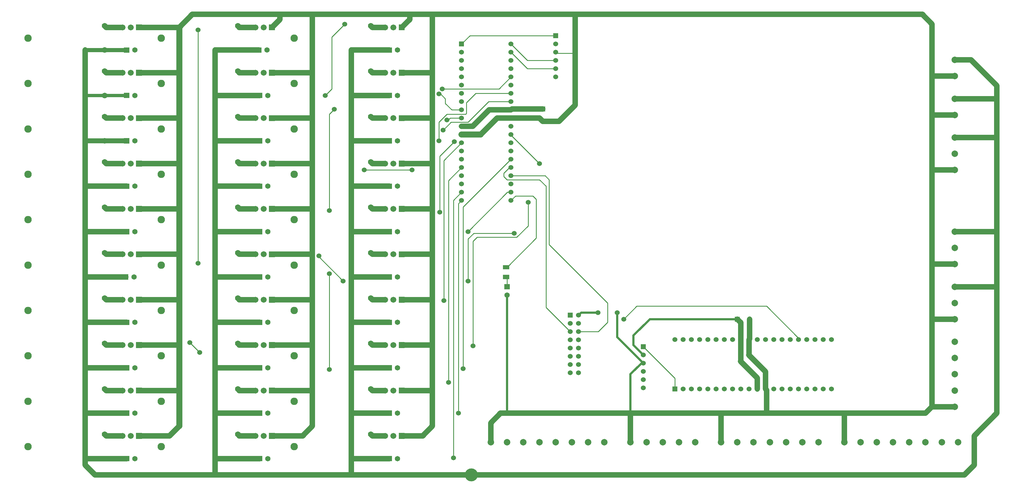
<source format=gbr>
G04 start of page 2 for group 0 idx 0 *
G04 Title: (unknown), component *
G04 Creator: pcb 20091103 *
G04 CreationDate: Чтв 05 Июл 2012 10:45:54 UTC *
G04 For: aml *
G04 Format: Gerber/RS-274X *
G04 PCB-Dimensions: 1259850 590550 *
G04 PCB-Coordinate-Origin: lower left *
%MOIN*%
%FSLAX25Y25*%
%LNFRONT*%
%ADD11C,0.0650*%
%ADD12C,0.0669*%
%ADD13C,0.0100*%
%ADD14C,0.0250*%
%ADD15C,0.0719*%
%ADD16C,0.0400*%
%ADD17C,0.0500*%
%ADD18C,0.0600*%
%ADD19C,0.0720*%
%ADD20C,0.0200*%
%ADD21C,0.0700*%
%ADD22C,0.0900*%
%ADD23C,0.0787*%
%ADD24C,0.1575*%
%ADD25R,0.0512X0.0512*%
%ADD26C,0.0420*%
%ADD27C,0.0430*%
%ADD28C,0.0380*%
%ADD29C,0.0300*%
%ADD30C,0.0394*%
%ADD31C,0.0236*%
%ADD32C,0.0336*%
%ADD33C,0.1181*%
%ADD34C,0.1260*%
%ADD35C,0.0350*%
G54D11*X502874Y311022D02*X456693D01*
X502874Y255904D02*X456693D01*
X502874Y200786D02*X456693D01*
X480316Y175168D02*X482257Y173227D01*
X497874D01*
X480316Y230286D02*X482257Y228345D01*
X497874D01*
X480316Y285404D02*X482257Y283463D01*
X456693Y15747D02*Y531495D01*
G54D12*X409449Y574802D02*Y74802D01*
X517874Y173227D02*X555118D01*
X517874Y228345D02*X555118D01*
G54D11*X480316Y340522D02*X482257Y338581D01*
X497874D01*
X482257Y283463D02*X497874D01*
G54D12*X555118Y574802D02*Y74802D01*
X517874Y283463D02*X555118D01*
X517874Y338581D02*X555118D01*
X517874Y393700D02*X555118D01*
X590551Y438818D02*X604173D01*
G54D13*X604331Y299212D02*Y172243D01*
X654527Y309054D02*X605315D01*
X671260Y346456D02*Y317912D01*
X657481Y304133D01*
X609252D01*
X645669Y267714D02*X681102Y303147D01*
Y350393D02*Y303147D01*
X605315Y309054D02*X598425Y302164D01*
X609252Y304133D02*X604331Y299212D01*
X598425Y311022D02*X646221Y358818D01*
X650551Y348818D02*X656063Y354330D01*
X645669Y244093D02*Y255904D01*
G54D14*Y234093D02*Y90550D01*
G54D13*X722441Y189448D02*X692913Y218976D01*
Y366141D02*Y218976D01*
X696850Y295274D02*X767717Y224407D01*
G54D15*X590551Y428818D02*X613858D01*
G54D13*X650551Y398818D02*X592520Y340787D01*
X650551Y428188D02*Y428818D01*
X646221Y358818D02*X650551D01*
X677165Y354330D02*X681102Y350393D01*
X696850Y295274D02*Y374015D01*
X685039Y393700D02*X650551Y428188D01*
X656063Y354330D02*X677165D01*
X696850Y374015D02*X692047Y378818D01*
X650551D01*
X692913Y366141D02*X685039Y374015D01*
X645669D01*
X578740Y448818D02*X576772D01*
X574410Y446456D01*
X572835D01*
G54D12*X929448Y200472D02*X925197Y204723D01*
X1188976D02*X1161417D01*
G54D13*X999448Y181653D02*Y179841D01*
G54D14*X939448D02*X940197Y180590D01*
G54D13*X960630Y220471D02*X999448Y181653D01*
G54D12*X1161417Y98424D02*X1153543Y90550D01*
X1055118Y55117D02*Y90550D01*
X1188976Y98424D02*X1161417D01*
X960630Y118659D02*Y90550D01*
X959448Y119841D02*Y140944D01*
X949448Y119841D02*Y133228D01*
X959448Y140944D02*X938976Y161416D01*
X949448Y133228D02*X929134Y153542D01*
X929448Y153856D01*
X938976Y161416D02*X939448Y161888D01*
Y179841D01*
X940197Y180590D02*Y204723D01*
X929448Y153856D02*Y200472D01*
X1200787Y15747D02*X1212598Y27558D01*
Y62991D01*
X1240157Y90550D01*
Y488188D01*
X1188976Y311022D02*X1240157D01*
X1188976Y244093D02*X1240157D01*
X1188976Y271652D02*X1161417D01*
X1188976Y425196D02*X1240157D01*
X1188976Y385826D02*X1161417D01*
Y562991D02*Y98424D01*
X602362Y15747D02*X1200787D01*
X1153543Y90550D02*X637795D01*
X625984Y78739D01*
X795276Y55117D02*Y90550D01*
X905512Y55117D02*Y90550D01*
G54D13*X795276D02*Y135668D01*
G54D14*Y90550D02*Y137794D01*
G54D12*X625984Y78739D02*Y55117D01*
G54D13*X803150Y220471D02*X960630D01*
G54D14*X779528Y182912D02*X811024Y151416D01*
G54D11*X480316Y560995D02*X482257Y559054D01*
G54D12*X1161417Y562991D02*X1149606Y574802D01*
X517874Y559054D02*X527559Y568739D01*
Y574802D01*
X263779D02*X1149606D01*
X651614Y459881D02*X688976D01*
X650551Y458818D02*X651614Y459881D01*
X633858Y448818D02*X685039D01*
X688976Y444881D01*
X708661D01*
X728346Y464566D01*
X624173Y458818D02*X650551D01*
G54D13*X706023Y527558D02*X728346D01*
G54D12*Y464566D02*Y574802D01*
G54D13*X704724Y528857D02*X706023Y527558D01*
X650551Y538818D02*X670512Y518857D01*
X704724D01*
X650551Y528818D02*X670512Y508857D01*
X704724D01*
X600590Y548857D02*X704724D01*
G54D12*X1240157Y488188D02*X1208661Y519684D01*
X1188976D02*X1208661D01*
X1188976Y472440D02*X1240157D01*
X1188976Y499999D02*X1161417D01*
X1188976Y452755D02*X1161417D01*
X613858Y428818D02*X633858Y448818D01*
X604173Y438818D02*X624173Y458818D01*
G54D13*X598425Y443896D02*X623347Y468818D01*
X811024Y171416D02*X849448Y132992D01*
Y119841D01*
G54D14*X795276Y137794D02*X808898Y151416D01*
X811024D01*
X799213Y185038D02*Y173227D01*
X811024Y161416D01*
G54D13*X767717Y224407D02*Y200786D01*
G54D14*X925197Y204723D02*X818898D01*
G54D13*X787402D02*X803150Y220471D01*
G54D14*X779528Y212597D02*Y182912D01*
X735590Y212597D02*X755906D01*
X732441Y209448D02*X735590Y212597D01*
G54D13*X767717Y200786D02*X756379Y189448D01*
X732441D01*
G54D14*X818898Y204723D02*X799213Y185038D01*
G54D12*X959448Y119841D02*X960630Y118659D01*
G54D11*X145669Y15747D02*X598425D01*
X318898Y64932D02*X320839Y62991D01*
X340394D01*
X480316Y64932D02*X482257Y62991D01*
X497874D01*
G54D12*X397638D02*X360394D01*
G54D11*X502874Y145668D02*X456693D01*
X480316Y120050D02*X482257Y118109D01*
X497874D01*
G54D12*X360394D02*X409449D01*
X517874D02*X555118D01*
G54D11*X502874Y35432D02*X456693D01*
G54D12*Y90550D02*X502874D01*
X409449Y74802D02*X397638Y62991D01*
X555118Y74802D02*X543307Y62991D01*
X517874D01*
G54D11*X291339Y15747D02*Y531495D01*
G54D15*X248031Y559054D02*Y74802D01*
G54D13*X270669Y556101D02*Y273621D01*
X260827Y176180D02*X271654Y165353D01*
Y163385D01*
G54D11*X345394Y255904D02*X291339D01*
X345394Y311022D02*X291339D01*
X318898Y285404D02*X320839Y283463D01*
X340394D01*
X345394Y145668D02*X291339D01*
X345394Y200786D02*X291339D01*
X318898Y175168D02*X320839Y173227D01*
X340394D01*
X318898Y230286D02*X320839Y228345D01*
X340394D01*
X345394Y366141D02*X291339D01*
X345394Y421259D02*X291339D01*
X318898Y340522D02*X320839Y338581D01*
X340394D01*
X318898Y395641D02*X320839Y393700D01*
X340394D01*
X345394Y90550D02*X291339D01*
X318898Y120050D02*X320839Y118109D01*
X340394D01*
G54D12*X198976D02*X248031D01*
X198976Y173227D02*X248031D01*
X198976Y228345D02*X248031D01*
X198976Y283463D02*X248031D01*
X198976Y338581D02*X248031D01*
G54D11*X133858Y27558D02*X145669Y15747D01*
X345394Y35432D02*X291339D01*
G54D12*X248031Y74802D02*X236220Y62991D01*
X198976D01*
G54D13*X178976D02*X179134Y62833D01*
X595473Y453739D02*X572835D01*
X578582Y458818D02*X590551D01*
Y418818D02*X568898Y397165D01*
X581693Y420274D02*X563976Y402557D01*
X590551Y388818D02*X574803Y373070D01*
X572835Y453739D02*X562992Y443896D01*
X570866Y466534D02*X578582Y458818D01*
X563976Y402557D02*Y334644D01*
X580709Y331692D02*Y348976D01*
X590551Y358818D01*
Y538818D02*X600590Y548857D01*
G54D12*X360394Y338581D02*X409449D01*
G54D13*X568898Y397165D02*Y227361D01*
X574803Y373070D02*Y127952D01*
X580709Y332675D02*Y36416D01*
X590551Y348818D02*X586614Y344881D01*
Y89566D01*
X592520Y340787D02*Y144684D01*
X598425Y302164D02*Y250983D01*
G54D12*X360394Y283463D02*X409449D01*
X360394Y228345D02*X409449D01*
X360394Y173227D02*X409449D01*
G54D13*X430118Y259841D02*Y143700D01*
X446850Y250983D02*X416339Y281494D01*
Y281495D01*
G54D16*X183976Y476377D02*X133858D01*
G54D17*X183976Y531495D02*X133858D01*
G54D11*X157480Y505877D02*X159421Y503936D01*
X178976D01*
X157480Y560995D02*X159421Y559054D01*
X178976D01*
G54D18*X183976Y421259D02*X133858D01*
G54D11*X157480Y450759D02*X159421Y448818D01*
X178976D01*
G54D12*X198976Y503936D02*X248031D01*
Y559054D02*X263779Y574802D01*
G54D11*X133858Y531495D02*Y27558D01*
X182913Y255904D02*X133858D01*
X159421Y283463D02*X178976D01*
X159421Y118109D02*X178976D01*
X157480Y64932D02*X159421Y62991D01*
X178976D01*
X183976Y200786D02*X133858D01*
X183976Y145668D02*X133858D01*
X183976Y90550D02*X133858D01*
X183976Y366141D02*X133858D01*
X157480Y395641D02*X159421Y393700D01*
X178976D01*
X183976Y311022D02*X133858D01*
X157480Y340522D02*X159421Y338581D01*
X178976D01*
X157480Y285404D02*X159421Y283463D01*
X183976Y35432D02*X133858D01*
X157480Y175168D02*X159421Y173227D01*
X157480Y230286D02*X159421Y228345D01*
X178976D01*
X159421Y173227D02*X178976D01*
X157480Y120050D02*X159421Y118109D01*
X318898Y450759D02*X320839Y448818D01*
X340394D01*
X318898Y560995D02*X320839Y559054D01*
X345394Y476377D02*X291339D01*
X344331Y531495D02*X291339D01*
X318898Y505877D02*X320839Y503936D01*
X340394D01*
X320839Y559054D02*X340394D01*
X482257D02*X497874D01*
X480316Y505877D02*X482257Y503936D01*
X497874D01*
G54D13*X448819Y562991D02*X433071Y547243D01*
G54D11*X502874Y531495D02*X456693D01*
G54D12*X360394Y503936D02*X409449D01*
G54D13*X566929Y484251D02*X635984D01*
X650551Y498818D01*
G54D11*X480316Y450759D02*X482257Y448818D01*
X497874D01*
G54D12*X360394D02*X409449D01*
X198976Y559054D02*X248031D01*
X360394D02*X370079Y568739D01*
Y574802D01*
X198976Y448818D02*X248031D01*
G54D13*X623347Y468818D02*X650551D01*
Y478818D02*X607757D01*
X596457Y467518D01*
G54D11*X502874Y476377D02*X456693D01*
X502874Y421259D02*X456693D01*
X502874Y366141D02*X456693D01*
X480316Y395641D02*X482257Y393700D01*
X497874D01*
G54D13*X645669Y374015D02*X641732Y377952D01*
X648661Y388818D02*X650551D01*
X641732Y377952D02*Y381889D01*
X648661Y388818D01*
G54D12*X198976Y393700D02*X248031D01*
X360394D02*X409449D01*
G54D13*X433071Y547243D02*Y484251D01*
X425197Y476377D01*
X436024Y459644D02*X430118Y453738D01*
Y336613D01*
G54D12*X517874Y448818D02*X555118D01*
X517874Y503936D02*X555118D01*
G54D13*X564961Y478345D02*X562992D01*
X530512Y385826D02*X472441D01*
X562992Y443896D02*Y421258D01*
X563976Y420274D01*
X566929Y433070D02*X577755Y443896D01*
X598425D01*
X590551Y448818D02*X577757D01*
X570866Y472440D02*X564961Y478345D01*
X596457Y454723D02*X595473Y453739D01*
X570866Y466534D02*Y472440D01*
X596457Y467518D02*Y454723D01*
G54D19*X350394Y118109D03*
G54D20*G36*
X356794Y121709D02*Y114509D01*
X363994D01*
Y121709D01*
X356794D01*
G37*
G54D19*X340394Y118109D03*
X350394Y173227D03*
G54D20*G36*
X356794Y176827D02*Y169627D01*
X363994D01*
Y176827D01*
X356794D01*
G37*
G54D19*X340394Y173227D03*
G54D20*G36*
X342144Y204036D02*Y197536D01*
X348644D01*
Y204036D01*
X342144D01*
G37*
G54D11*X355394Y200786D03*
G54D19*X350394Y228345D03*
X340394D03*
G54D20*G36*
X356794Y231945D02*Y224745D01*
X363994D01*
Y231945D01*
X356794D01*
G37*
G36*
X342144Y148918D02*Y142418D01*
X348644D01*
Y148918D01*
X342144D01*
G37*
G54D11*X355394Y145668D03*
G54D19*X350394Y283463D03*
Y338581D03*
Y393700D03*
Y559054D03*
Y62991D03*
G54D20*G36*
X356794Y287063D02*Y279863D01*
X363994D01*
Y287063D01*
X356794D01*
G37*
G36*
Y342181D02*Y334981D01*
X363994D01*
Y342181D01*
X356794D01*
G37*
G36*
Y397300D02*Y390100D01*
X363994D01*
Y397300D01*
X356794D01*
G37*
G36*
Y562654D02*Y555454D01*
X363994D01*
Y562654D01*
X356794D01*
G37*
G36*
Y66591D02*Y59391D01*
X363994D01*
Y66591D01*
X356794D01*
G37*
G54D19*X340394Y283463D03*
Y338581D03*
Y393700D03*
Y559054D03*
Y62991D03*
G54D20*G36*
X342144Y259154D02*Y252654D01*
X348644D01*
Y259154D01*
X342144D01*
G37*
G36*
Y369391D02*Y362891D01*
X348644D01*
Y369391D01*
X342144D01*
G37*
G36*
Y424509D02*Y418009D01*
X348644D01*
Y424509D01*
X342144D01*
G37*
G36*
Y93800D02*Y87300D01*
X348644D01*
Y93800D01*
X342144D01*
G37*
G36*
X341081Y534745D02*Y528245D01*
X347581D01*
Y534745D01*
X341081D01*
G37*
G54D11*X355394Y255904D03*
Y366141D03*
Y421259D03*
Y90550D03*
X354331Y531495D03*
G54D20*G36*
X342144Y314272D02*Y307772D01*
X348644D01*
Y314272D01*
X342144D01*
G37*
G54D11*X355394Y311022D03*
G54D19*X188976Y393700D03*
G54D20*G36*
X195376Y397300D02*Y390100D01*
X202576D01*
Y397300D01*
X195376D01*
G37*
G54D19*X178976Y393700D03*
G54D21*X157480Y395641D03*
Y366141D03*
Y340522D03*
G54D19*X188976Y338581D03*
G54D20*G36*
X195376Y342181D02*Y334981D01*
X202576D01*
Y342181D01*
X195376D01*
G37*
G54D11*X193976Y366141D03*
Y421259D03*
G54D19*X178976Y228345D03*
Y338581D03*
Y559054D03*
G54D21*X157480Y421259D03*
G54D20*G36*
X180726Y424509D02*Y418009D01*
X187226D01*
Y424509D01*
X180726D01*
G37*
G54D21*X157480Y560995D03*
Y531495D03*
G54D20*G36*
X180726Y369391D02*Y362891D01*
X187226D01*
Y369391D01*
X180726D01*
G37*
G36*
Y479627D02*Y473127D01*
X187226D01*
Y479627D01*
X180726D01*
G37*
G36*
Y534745D02*Y528245D01*
X187226D01*
Y534745D01*
X180726D01*
G37*
G54D11*X193976Y531495D03*
G54D20*G36*
X180726Y314272D02*Y307772D01*
X187226D01*
Y314272D01*
X180726D01*
G37*
G54D11*X193976Y311022D03*
G54D20*G36*
X179663Y259154D02*Y252654D01*
X186163D01*
Y259154D01*
X179663D01*
G37*
G54D11*X192913Y255904D03*
G54D21*X157480Y230286D03*
Y285404D03*
Y255904D03*
Y311022D03*
G54D19*X350394Y503936D03*
X340394D03*
G54D21*X157480Y505877D03*
X318898D03*
G54D20*G36*
X356794Y507536D02*Y500336D01*
X363994D01*
Y507536D01*
X356794D01*
G37*
G54D19*X188976Y503936D03*
G54D20*G36*
X195376Y507536D02*Y500336D01*
X202576D01*
Y507536D01*
X195376D01*
G37*
G54D19*X178976Y503936D03*
G54D21*X157480Y476377D03*
G54D22*X225898Y490877D03*
G54D19*X350394Y448818D03*
G54D20*G36*
X356794Y452418D02*Y445218D01*
X363994D01*
Y452418D01*
X356794D01*
G37*
G54D19*X340394Y448818D03*
G54D20*G36*
X342144Y479627D02*Y473127D01*
X348644D01*
Y479627D01*
X342144D01*
G37*
G54D11*X355394Y476377D03*
G54D21*X318898Y450759D03*
Y560995D03*
Y531495D03*
Y476377D03*
G54D22*X387316Y545995D03*
X225898D03*
G54D21*X157480Y450759D03*
G54D19*X188976Y448818D03*
G54D20*G36*
X195376Y452418D02*Y445218D01*
X202576D01*
Y452418D01*
X195376D01*
G37*
G54D19*X178976Y448818D03*
X188976Y559054D03*
G54D20*G36*
X195376Y562654D02*Y555454D01*
X202576D01*
Y562654D01*
X195376D01*
G37*
G54D11*X193976Y476377D03*
G54D22*X64480Y545995D03*
Y490877D03*
X387316D03*
X64480Y435759D03*
Y380641D03*
Y325522D03*
G54D21*X318898Y340522D03*
Y311022D03*
G54D22*X387316Y325522D03*
Y270404D03*
X225898Y325522D03*
Y380641D03*
Y435759D03*
Y270404D03*
G54D21*X318898Y395641D03*
Y421259D03*
Y230286D03*
Y285404D03*
Y255904D03*
Y366141D03*
G54D22*X387316Y380641D03*
Y435759D03*
G54D19*X188976Y283463D03*
G54D20*G36*
X195376Y287063D02*Y279863D01*
X202576D01*
Y287063D01*
X195376D01*
G37*
G54D19*X178976Y283463D03*
X188976Y228345D03*
G54D22*X225898Y215286D03*
G54D20*G36*
X342144Y38682D02*Y32182D01*
X348644D01*
Y38682D01*
X342144D01*
G37*
G54D11*X355394Y35432D03*
G54D22*X387316Y49932D03*
Y160168D03*
Y105050D03*
Y215286D03*
G54D21*X318898Y200786D03*
Y175168D03*
Y64932D03*
Y120050D03*
Y90550D03*
Y145668D03*
Y35432D03*
G54D19*X178976Y62991D03*
G54D20*G36*
X180726Y38682D02*Y32182D01*
X187226D01*
Y38682D01*
X180726D01*
G37*
G54D21*X157480Y35432D03*
G54D11*X193976D03*
G54D21*X157480Y90550D03*
Y64932D03*
G54D19*X188976Y62991D03*
G54D20*G36*
X195376Y66591D02*Y59391D01*
X202576D01*
Y66591D01*
X195376D01*
G37*
G36*
X180726Y148918D02*Y142418D01*
X187226D01*
Y148918D01*
X180726D01*
G37*
G54D11*X193976Y145668D03*
G54D20*G36*
X180726Y93800D02*Y87300D01*
X187226D01*
Y93800D01*
X180726D01*
G37*
G54D11*X193976Y90550D03*
G54D22*X225898Y49932D03*
Y105050D03*
Y160168D03*
G54D20*G36*
X195376Y231945D02*Y224745D01*
X202576D01*
Y231945D01*
X195376D01*
G37*
G54D19*X188976Y118109D03*
G54D20*G36*
X195376Y121709D02*Y114509D01*
X202576D01*
Y121709D01*
X195376D01*
G37*
G54D19*X178976Y118109D03*
G54D21*X157480Y120050D03*
G54D22*X64480Y105050D03*
Y160168D03*
G54D19*X188976Y173227D03*
G54D20*G36*
X195376Y176827D02*Y169627D01*
X202576D01*
Y176827D01*
X195376D01*
G37*
G54D19*X178976Y173227D03*
G54D21*X157480Y145668D03*
G54D22*X64480Y215286D03*
Y270404D03*
Y49932D03*
G54D21*X157480Y175168D03*
Y200786D03*
G54D20*G36*
X180726Y204036D02*Y197536D01*
X187226D01*
Y204036D01*
X180726D01*
G37*
G54D11*X193976Y200786D03*
G54D19*X507874Y62991D03*
Y173227D03*
Y118109D03*
Y228345D03*
G54D20*G36*
X514274Y66591D02*Y59391D01*
X521474D01*
Y66591D01*
X514274D01*
G37*
G36*
Y176827D02*Y169627D01*
X521474D01*
Y176827D01*
X514274D01*
G37*
G36*
Y121709D02*Y114509D01*
X521474D01*
Y121709D01*
X514274D01*
G37*
G36*
Y231945D02*Y224745D01*
X521474D01*
Y231945D01*
X514274D01*
G37*
G54D19*X497874Y62991D03*
Y173227D03*
Y118109D03*
Y228345D03*
G54D21*X480316Y175168D03*
Y145668D03*
Y230286D03*
Y200786D03*
Y340522D03*
Y311022D03*
Y395641D03*
Y366141D03*
Y421259D03*
Y505877D03*
Y476377D03*
Y450759D03*
Y560995D03*
Y531495D03*
Y285404D03*
Y255904D03*
G54D20*G36*
X499624Y38682D02*Y32182D01*
X506124D01*
Y38682D01*
X499624D01*
G37*
G54D21*X480316Y35432D03*
G54D11*X512874D03*
G54D21*X480316Y64932D03*
Y120050D03*
Y90550D03*
G54D20*G36*
X719441Y212448D02*Y206448D01*
X725441D01*
Y212448D01*
X719441D01*
G37*
G54D18*X732441Y209448D03*
X722441Y199448D03*
X732441D03*
X722441Y189448D03*
X732441D03*
X722441Y179448D03*
Y169448D03*
Y159448D03*
Y149448D03*
Y139448D03*
X732441Y179448D03*
Y169448D03*
Y159448D03*
Y149448D03*
Y139448D03*
G54D20*G36*
X808024Y174416D02*Y168416D01*
X814024D01*
Y174416D01*
X808024D01*
G37*
G54D18*X811024Y161416D03*
Y151416D03*
Y141416D03*
Y131416D03*
Y121416D03*
G54D20*G36*
X846448Y122841D02*Y116841D01*
X852448D01*
Y122841D01*
X846448D01*
G37*
G54D18*X859448Y119841D03*
X869448D03*
X879448D03*
X889448D03*
X899448D03*
X909448D03*
X919448D03*
G54D20*G36*
X701724Y551857D02*Y545857D01*
X707724D01*
Y551857D01*
X701724D01*
G37*
G54D18*X704724Y538857D03*
Y528857D03*
Y518857D03*
Y508857D03*
Y498857D03*
G54D23*Y55117D03*
X724409D03*
X744094D03*
G54D18*X650551Y348818D03*
Y358818D03*
G54D20*G36*
X642419Y247343D02*Y240843D01*
X648919D01*
Y247343D01*
X642419D01*
G37*
G54D11*X645669Y234093D03*
G54D18*X650551Y368818D03*
Y378818D03*
Y388818D03*
Y398818D03*
G54D20*G36*
X685976Y462881D02*Y456881D01*
X691976D01*
Y462881D01*
X685976D01*
G37*
G54D18*X688976Y444881D03*
G54D23*X625984Y55117D03*
X645669D03*
X665354D03*
X685039D03*
G54D18*X929448Y119841D03*
X939448D03*
X949448D03*
X959448D03*
X969448D03*
X979448D03*
X989448D03*
X999448D03*
G54D23*X925197Y55117D03*
X944882D03*
X964567D03*
X984252D03*
G54D18*X1009448Y119841D03*
X1019448D03*
X1029448D03*
X1039448D03*
Y179841D03*
X1029448D03*
X1019448D03*
X1009448D03*
G54D23*X1188976Y271652D03*
Y177164D03*
Y244093D03*
Y204723D03*
Y224408D03*
Y137794D03*
Y157479D03*
Y98424D03*
Y118109D03*
G54D18*X999448Y179841D03*
X989448D03*
X979448D03*
X969448D03*
X959448D03*
X949448D03*
X939448D03*
X929448D03*
G54D20*G36*
X922197Y207723D02*Y201723D01*
X928197D01*
Y207723D01*
X922197D01*
G37*
G54D18*X940197Y204723D03*
X919448Y179841D03*
X909448D03*
X899448D03*
X889448D03*
X879448D03*
X869448D03*
X859448D03*
X849448D03*
G54D23*X1055118Y55117D03*
X1003937D03*
X1023622D03*
X1074803D03*
X1094488D03*
X1114173D03*
X1133858D03*
X1153543D03*
X1173228D03*
X1192913D03*
X905512D03*
X834646D03*
X795276D03*
X814961D03*
X763779D03*
X854331D03*
X874016D03*
X1188976Y311022D03*
Y385826D03*
Y291337D03*
Y425196D03*
Y405511D03*
Y519684D03*
Y499999D03*
Y472440D03*
Y452755D03*
G54D20*G36*
X587551Y541818D02*Y535818D01*
X593551D01*
Y541818D01*
X587551D01*
G37*
G54D18*X590551Y528818D03*
Y518818D03*
Y508818D03*
Y498818D03*
Y488818D03*
Y478818D03*
Y468818D03*
Y458818D03*
Y448818D03*
Y438818D03*
Y428818D03*
Y418818D03*
Y408818D03*
Y398818D03*
Y388818D03*
Y378818D03*
Y368818D03*
Y358818D03*
Y348818D03*
X650551Y408818D03*
Y418818D03*
Y428818D03*
Y438818D03*
Y448818D03*
Y458818D03*
Y468818D03*
Y478818D03*
Y488818D03*
Y498818D03*
Y508818D03*
Y518818D03*
Y528818D03*
Y538818D03*
G54D20*G36*
X499624Y259154D02*Y252654D01*
X506124D01*
Y259154D01*
X499624D01*
G37*
G54D11*X512874Y255904D03*
G54D19*X507874Y283463D03*
G54D20*G36*
X514274Y287063D02*Y279863D01*
X521474D01*
Y287063D01*
X514274D01*
G37*
G54D19*X497874Y283463D03*
G54D20*G36*
X499624Y204036D02*Y197536D01*
X506124D01*
Y204036D01*
X499624D01*
G37*
G36*
Y93800D02*Y87300D01*
X506124D01*
Y93800D01*
X499624D01*
G37*
G36*
Y148918D02*Y142418D01*
X506124D01*
Y148918D01*
X499624D01*
G37*
G54D11*X512874Y200786D03*
Y90550D03*
Y145668D03*
G54D20*G36*
X499624Y314272D02*Y307772D01*
X506124D01*
Y314272D01*
X499624D01*
G37*
G54D11*X512874Y311022D03*
G54D19*X507874Y338581D03*
G54D20*G36*
X514274Y342181D02*Y334981D01*
X521474D01*
Y342181D01*
X514274D01*
G37*
G54D19*X497874Y338581D03*
G54D11*X512874Y421259D03*
Y476377D03*
Y531495D03*
Y366141D03*
G54D19*X507874Y393700D03*
X497874D03*
X507874Y448818D03*
G54D20*G36*
X514274Y397300D02*Y390100D01*
X521474D01*
Y397300D01*
X514274D01*
G37*
G36*
Y507536D02*Y500336D01*
X521474D01*
Y507536D01*
X514274D01*
G37*
G36*
Y562654D02*Y555454D01*
X521474D01*
Y562654D01*
X514274D01*
G37*
G54D19*X507874Y503936D03*
X497874D03*
X507874Y559054D03*
X497874D03*
G54D20*G36*
X514274Y452418D02*Y445218D01*
X521474D01*
Y452418D01*
X514274D01*
G37*
G54D19*X497874Y448818D03*
G54D20*G36*
X499624Y424509D02*Y418009D01*
X506124D01*
Y424509D01*
X499624D01*
G37*
G36*
Y479627D02*Y473127D01*
X506124D01*
Y479627D01*
X499624D01*
G37*
G36*
Y534745D02*Y528245D01*
X506124D01*
Y534745D01*
X499624D01*
G37*
G36*
Y369391D02*Y362891D01*
X506124D01*
Y369391D01*
X499624D01*
G37*
G54D24*X602362Y15747D03*
G54D18*X592520Y144684D03*
X580709Y36416D03*
X586614Y90550D03*
X598425Y250983D03*
X604331Y172243D03*
X562992Y478345D03*
X568898Y227361D03*
X563976Y334644D03*
X574803Y127952D03*
X572835Y446456D03*
X568110Y434251D03*
X562992Y421259D03*
X530512Y385826D03*
X581693Y420274D03*
X671260Y346456D03*
X685039Y393700D03*
X598425Y311022D03*
X654527Y309054D03*
X260827Y176180D03*
X755906Y212597D03*
X779528D03*
X787402Y204723D03*
X566929Y484251D03*
X448819Y562991D03*
X270669Y556101D03*
X425197Y476377D03*
X472441Y385826D03*
X436024Y459644D03*
X430118Y336613D03*
Y259841D03*
X446850Y250983D03*
X417323Y281495D03*
X270669Y272637D03*
X272638Y164369D03*
X430118Y143700D03*
G54D25*X643307Y267714D02*X645669D01*
X643307Y255904D02*X645669D01*
G54D26*G54D27*G54D26*G54D27*G54D26*G54D27*G54D26*G54D17*G54D26*G54D27*G54D26*G54D17*G54D27*G54D17*G54D27*G54D17*G54D26*G54D17*G54D26*G54D17*G54D21*G54D26*G54D27*G54D17*G54D21*G54D17*G54D26*G54D27*G54D21*G54D17*G54D21*G54D17*G54D21*G54D26*G54D21*G54D27*G54D21*G54D17*G54D26*G54D27*G54D17*G54D27*G54D17*G54D26*G54D27*G54D21*G54D26*G54D17*G54D21*G54D26*G54D17*G54D21*G54D17*G54D27*G54D26*G54D17*G54D27*G54D17*G54D27*G54D17*G54D28*G54D29*G54D28*G54D30*G54D29*G54D27*G54D29*G54D30*G54D29*G54D30*G54D29*G54D30*G54D29*G54D30*G54D29*G54D27*G54D26*G54D27*G54D26*G54D27*G54D26*G54D27*G54D23*G54D31*G54D32*G54D31*G54D33*G54D34*G54D31*G54D35*G54D31*G54D34*G54D31*G54D34*G54D31*G54D33*M02*

</source>
